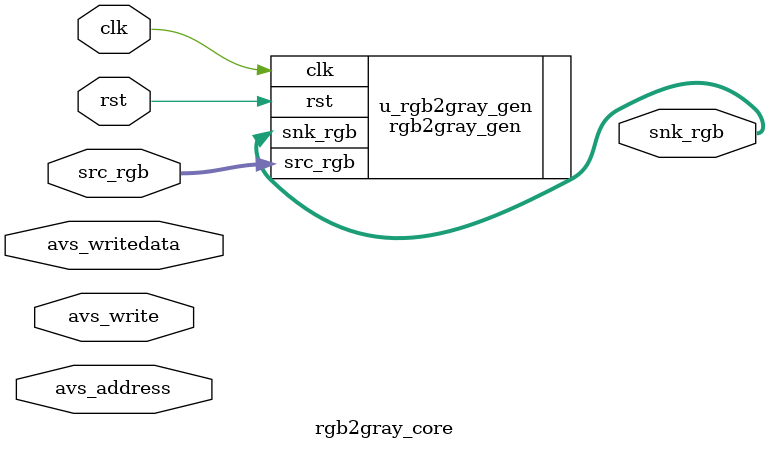
<source format=sv>
/* ---------------------------------------------------------------
 * Copyright (c) 2022. Heqing Huang (feipenghhq@gmail.com)
 *
 * Author: Heqing Huang
 * Date Created: 05/01/2022
 * ---------------------------------------------------------------
 * Rgb2gray core
 *
 * Register Spec
 * - 0x0 ctrl
 *  - bit [0:0] bypass = 0
 * ---------------------------------------------------------------
 * Reference: <fpga prototyping by vhdl examples: xilinx microblaze mcs soc>
 * ---------------------------------------------------------------
 */

 module rgb2gray_core #(
    parameter RSIZE     = 4,
    parameter GSIZE     = 4,
    parameter BSIZE     = 4,
    parameter RGB_SIZE  = 12
) (
    input                       clk,
    input                       rst,

    // avalon interface
    input                       avs_write,
    input                       avs_address,
    input [31:0]                avs_writedata,

    // vga interface
    input  [RGB_SIZE-1:0]       src_rgb,
    output logic [RGB_SIZE-1:0] snk_rgb
);

    // --------------------------------
    // Signal declarations
    // --------------------------------

    // Register interface
    // 0x0 ctrl
    reg                 ctrl_bypass;
    logic               ctrl_wen;

    /*AUTOREG*/

    /*AUTOWIRE*/

    // --------------------------------
    // Register interface
    // --------------------------------

    assign ctrl_wen = avs_write & (avs_address == 0);

    always @(posedge clk) begin
        if (rst) begin
            ctrl_bypass <= '0;
        end
        else begin
            if (ctrl_wen) begin
                ctrl_bypass <= avs_writedata[0];
            end
        end
    end

    // --------------------------------
    // Main logic
    // --------------------------------


    // --------------------------------
    // Module Declaration
    // --------------------------------

    rgb2gray_gen
    #(/*AUTOINSTPARAM*/
      // Parameters
      .RSIZE                            (RSIZE),
      .GSIZE                            (GSIZE),
      .BSIZE                            (BSIZE),
      .RGB_SIZE                         (RGB_SIZE))
    u_rgb2gray_gen
    (/*AUTOINST*/
     // Outputs
     .snk_rgb                           (snk_rgb[RGB_SIZE-1:0]),
     // Inputs
     .clk                         (clk),
     .rst                         (rst),
     .src_rgb                           (src_rgb[RGB_SIZE-1:0]));

endmodule

</source>
